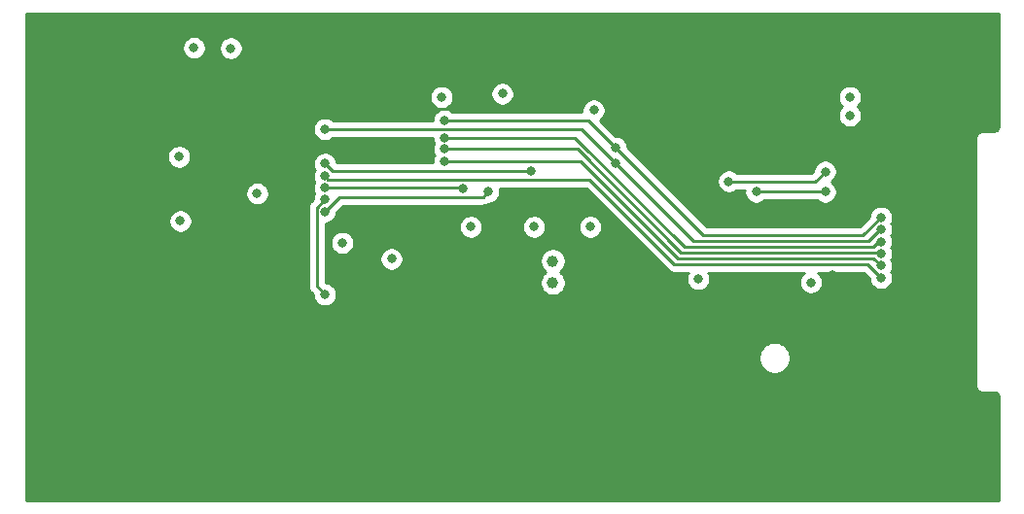
<source format=gbr>
%TF.GenerationSoftware,KiCad,Pcbnew,5.1.9+dfsg1-1*%
%TF.CreationDate,2021-11-01T22:23:21+08:00*%
%TF.ProjectId,epd-clock,6570642d-636c-46f6-936b-2e6b69636164,rev?*%
%TF.SameCoordinates,Original*%
%TF.FileFunction,Copper,L1,Top*%
%TF.FilePolarity,Positive*%
%FSLAX46Y46*%
G04 Gerber Fmt 4.6, Leading zero omitted, Abs format (unit mm)*
G04 Created by KiCad (PCBNEW 5.1.9+dfsg1-1) date 2021-11-01 22:23:21*
%MOMM*%
%LPD*%
G01*
G04 APERTURE LIST*
%TA.AperFunction,ComponentPad*%
%ADD10C,1.000000*%
%TD*%
%TA.AperFunction,ViaPad*%
%ADD11C,0.800000*%
%TD*%
%TA.AperFunction,Conductor*%
%ADD12C,0.250000*%
%TD*%
%TA.AperFunction,Conductor*%
%ADD13C,0.254000*%
%TD*%
%TA.AperFunction,Conductor*%
%ADD14C,0.100000*%
%TD*%
G04 APERTURE END LIST*
D10*
%TO.P,Y1,2*%
%TO.N,Net-(C20-Pad1)*%
X141613000Y-121384000D03*
%TO.P,Y1,1*%
%TO.N,Net-(C19-Pad1)*%
X141613000Y-119484000D03*
%TD*%
D11*
%TO.N,GND*%
X97675000Y-125700000D03*
X100875000Y-130800000D03*
X97575000Y-134900000D03*
X102575000Y-138500000D03*
X119575000Y-129700000D03*
X117575000Y-138000000D03*
X126975000Y-138500000D03*
X132025000Y-125750000D03*
X141175000Y-129950000D03*
X149975000Y-125550000D03*
X154975000Y-129800000D03*
X129475000Y-131200000D03*
X140575000Y-138500000D03*
X148275000Y-135600000D03*
X156375000Y-138500000D03*
X167775000Y-138000000D03*
X174075000Y-133450000D03*
X176875000Y-127950000D03*
X101075000Y-103000000D03*
X101075000Y-111500000D03*
X101175000Y-119800000D03*
X105575000Y-99100000D03*
X116975000Y-111300000D03*
X119775000Y-113500000D03*
X108275000Y-120100000D03*
X105475000Y-125000000D03*
X170075000Y-129100000D03*
X124575000Y-124850000D03*
X110175000Y-127900000D03*
X127475000Y-116000000D03*
X137175000Y-122400000D03*
X165925000Y-120700000D03*
X133175000Y-115300000D03*
X133575000Y-99350000D03*
X140275000Y-98600000D03*
X147275000Y-99400000D03*
X154125000Y-98550000D03*
X161125000Y-99450000D03*
X166625000Y-98650000D03*
X174325000Y-99350000D03*
X177325000Y-102100000D03*
X175675000Y-109000000D03*
X176675000Y-115300000D03*
X175375000Y-122150000D03*
X177525000Y-137850000D03*
X170175000Y-102550000D03*
X163975000Y-102700000D03*
X156825000Y-102200000D03*
X150475000Y-102300000D03*
X143075000Y-101950000D03*
X136725000Y-101850000D03*
X117775000Y-103100000D03*
X114975000Y-106650000D03*
X150725000Y-109850000D03*
%TO.N,+3V3*%
X145175000Y-106350000D03*
X139975000Y-116500000D03*
X134475000Y-116500000D03*
X110375000Y-100900000D03*
X109075000Y-110400000D03*
X109175000Y-116000000D03*
X123275000Y-117900000D03*
X127575000Y-119300000D03*
X144875000Y-116500000D03*
X115875000Y-113600000D03*
X113575000Y-100950000D03*
%TO.N,/epd/PREVGL*%
X165325000Y-111700000D03*
X156925000Y-112550000D03*
%TO.N,+3V3*%
X154275000Y-121050000D03*
X164075000Y-121350000D03*
X167475000Y-106800000D03*
X167475000Y-105200000D03*
X137225000Y-104900000D03*
X131925000Y-105200000D03*
%TO.N,/epd/PREVGH*%
X165325000Y-113450000D03*
X159325000Y-113450000D03*
%TO.N,/epd/DIN*%
X147075000Y-109600000D03*
X170175004Y-115700000D03*
X132175000Y-107250000D03*
%TO.N,/epd/CLK*%
X147075002Y-110999998D03*
X170175000Y-116750000D03*
X121775002Y-108000000D03*
%TO.N,/epd/CS#*%
X170175000Y-117799988D03*
X132175000Y-108725010D03*
%TO.N,/epd/DC#*%
X170175000Y-118850000D03*
X132175000Y-109725023D03*
%TO.N,/mcu/EPD_RST#*%
X132175000Y-110800006D03*
X170175000Y-119900000D03*
%TO.N,/epd/BUSY*%
X121761295Y-112111614D03*
X170175000Y-120949992D03*
%TO.N,/power/ADEN#*%
X121774936Y-114111426D03*
X121775000Y-122400002D03*
%TO.N,/rtc/INT*%
X121780956Y-113111432D03*
X133775000Y-113150000D03*
%TO.N,/flash/MISO*%
X139675000Y-111674990D03*
X121775000Y-110999996D03*
%TO.N,/flash/CS*%
X121775000Y-115172693D03*
X135975000Y-113449974D03*
%TD*%
D12*
%TO.N,/epd/PREVGL*%
X164475000Y-112550000D02*
X156925000Y-112550000D01*
X165325000Y-111700000D02*
X164475000Y-112550000D01*
%TO.N,/epd/PREVGH*%
X165325000Y-113450000D02*
X159325000Y-113450000D01*
%TO.N,/epd/DIN*%
X168625004Y-117250000D02*
X170175004Y-115700000D01*
X147075000Y-109600000D02*
X154725000Y-117250000D01*
X154725000Y-117250000D02*
X168625004Y-117250000D01*
X147075000Y-109600000D02*
X144725000Y-107250000D01*
X144725000Y-107250000D02*
X132175000Y-107250000D01*
%TO.N,/epd/CLK*%
X170075000Y-116750000D02*
X170175000Y-116750000D01*
X169075000Y-117750000D02*
X170075000Y-116750000D01*
X147075002Y-110999998D02*
X153825004Y-117750000D01*
X153825004Y-117750000D02*
X169075000Y-117750000D01*
X144075004Y-108000000D02*
X121775002Y-108000000D01*
X147075002Y-110999998D02*
X144075004Y-108000000D01*
%TO.N,/epd/CS#*%
X143550010Y-108725010D02*
X132175000Y-108725010D01*
X169525000Y-118250000D02*
X153075000Y-118250000D01*
X153075000Y-118250000D02*
X143550010Y-108725010D01*
X170175000Y-117799988D02*
X169975012Y-117799988D01*
X169975012Y-117799988D02*
X169525000Y-118250000D01*
%TO.N,/epd/DC#*%
X132740685Y-109725023D02*
X132175000Y-109725023D01*
X143750023Y-109725023D02*
X132740685Y-109725023D01*
X152775000Y-118750000D02*
X143750023Y-109725023D01*
X170175000Y-118850000D02*
X170075000Y-118750000D01*
X170075000Y-118750000D02*
X152775000Y-118750000D01*
%TO.N,/mcu/EPD_RST#*%
X169525000Y-119250000D02*
X170175000Y-119900000D01*
X152475000Y-119250000D02*
X169525000Y-119250000D01*
X132175000Y-110800006D02*
X144025006Y-110800006D01*
X144025006Y-110800006D02*
X152475000Y-119250000D01*
%TO.N,/epd/BUSY*%
X152175000Y-119750000D02*
X168975008Y-119750000D01*
X144825010Y-112400010D02*
X152175000Y-119750000D01*
X121761295Y-112111614D02*
X122049691Y-112400010D01*
X168975008Y-119750000D02*
X170175000Y-120949992D01*
X122049691Y-112400010D02*
X144825010Y-112400010D01*
%TO.N,/power/ADEN#*%
X121049999Y-114836363D02*
X121049999Y-121675001D01*
X121049999Y-121675001D02*
X121775000Y-122400002D01*
X121774936Y-114111426D02*
X121049999Y-114836363D01*
%TO.N,/rtc/INT*%
X121780956Y-113111432D02*
X133736432Y-113111432D01*
X133736432Y-113111432D02*
X133775000Y-113150000D01*
%TO.N,/flash/MISO*%
X139675000Y-111700000D02*
X139675000Y-111700000D01*
X122449994Y-111674990D02*
X121775000Y-110999996D01*
X139675000Y-111674990D02*
X122449994Y-111674990D01*
%TO.N,/flash/CS*%
X135524974Y-113900000D02*
X135975000Y-113449974D01*
X121775000Y-115172693D02*
X123047693Y-113900000D01*
X123047693Y-113900000D02*
X135524974Y-113900000D01*
%TD*%
D13*
%TO.N,GND*%
X180415000Y-107767721D02*
X180405420Y-107865424D01*
X180386420Y-107928357D01*
X180355554Y-107986406D01*
X180314011Y-108037343D01*
X180263356Y-108079248D01*
X180205529Y-108110515D01*
X180142728Y-108129956D01*
X180047165Y-108140000D01*
X179107419Y-108140000D01*
X179075000Y-108136807D01*
X179029432Y-108141295D01*
X178945617Y-108149550D01*
X178821207Y-108187290D01*
X178706550Y-108248575D01*
X178606052Y-108331052D01*
X178523575Y-108431550D01*
X178462290Y-108546207D01*
X178424550Y-108670617D01*
X178411807Y-108800000D01*
X178415000Y-108832419D01*
X178415001Y-130267571D01*
X178411807Y-130300000D01*
X178424550Y-130429383D01*
X178462290Y-130553793D01*
X178523575Y-130668450D01*
X178606052Y-130768948D01*
X178706550Y-130851425D01*
X178821207Y-130912710D01*
X178945617Y-130950450D01*
X179042581Y-130960000D01*
X179075000Y-130963193D01*
X179107419Y-130960000D01*
X180042721Y-130960000D01*
X180140424Y-130969580D01*
X180203356Y-130988580D01*
X180261405Y-131019445D01*
X180312343Y-131060989D01*
X180354248Y-131111644D01*
X180385515Y-131169471D01*
X180404956Y-131232272D01*
X180415000Y-131327835D01*
X180415001Y-140315192D01*
X95759622Y-140339809D01*
X95752439Y-127781589D01*
X159516000Y-127781589D01*
X159516000Y-128054411D01*
X159569225Y-128321989D01*
X159673629Y-128574043D01*
X159825201Y-128800886D01*
X160018114Y-128993799D01*
X160244957Y-129145371D01*
X160497011Y-129249775D01*
X160764589Y-129303000D01*
X161037411Y-129303000D01*
X161304989Y-129249775D01*
X161557043Y-129145371D01*
X161783886Y-128993799D01*
X161976799Y-128800886D01*
X162128371Y-128574043D01*
X162232775Y-128321989D01*
X162286000Y-128054411D01*
X162286000Y-127781589D01*
X162232775Y-127514011D01*
X162128371Y-127261957D01*
X161976799Y-127035114D01*
X161783886Y-126842201D01*
X161557043Y-126690629D01*
X161304989Y-126586225D01*
X161037411Y-126533000D01*
X160764589Y-126533000D01*
X160497011Y-126586225D01*
X160244957Y-126690629D01*
X160018114Y-126842201D01*
X159825201Y-127035114D01*
X159673629Y-127261957D01*
X159569225Y-127514011D01*
X159516000Y-127781589D01*
X95752439Y-127781589D01*
X95745640Y-115898061D01*
X108140000Y-115898061D01*
X108140000Y-116101939D01*
X108179774Y-116301898D01*
X108257795Y-116490256D01*
X108371063Y-116659774D01*
X108515226Y-116803937D01*
X108684744Y-116917205D01*
X108873102Y-116995226D01*
X109073061Y-117035000D01*
X109276939Y-117035000D01*
X109476898Y-116995226D01*
X109665256Y-116917205D01*
X109834774Y-116803937D01*
X109978937Y-116659774D01*
X110092205Y-116490256D01*
X110170226Y-116301898D01*
X110210000Y-116101939D01*
X110210000Y-115898061D01*
X110170226Y-115698102D01*
X110092205Y-115509744D01*
X109978937Y-115340226D01*
X109834774Y-115196063D01*
X109665256Y-115082795D01*
X109476898Y-115004774D01*
X109276939Y-114965000D01*
X109073061Y-114965000D01*
X108873102Y-115004774D01*
X108684744Y-115082795D01*
X108515226Y-115196063D01*
X108371063Y-115340226D01*
X108257795Y-115509744D01*
X108179774Y-115698102D01*
X108140000Y-115898061D01*
X95745640Y-115898061D01*
X95745033Y-114836363D01*
X120286323Y-114836363D01*
X120289999Y-114873686D01*
X120290000Y-121637669D01*
X120286323Y-121675001D01*
X120300997Y-121823986D01*
X120344453Y-121967247D01*
X120415025Y-122099277D01*
X120459884Y-122153937D01*
X120509999Y-122215002D01*
X120538997Y-122238800D01*
X120740000Y-122439803D01*
X120740000Y-122501941D01*
X120779774Y-122701900D01*
X120857795Y-122890258D01*
X120971063Y-123059776D01*
X121115226Y-123203939D01*
X121284744Y-123317207D01*
X121473102Y-123395228D01*
X121673061Y-123435002D01*
X121876939Y-123435002D01*
X122076898Y-123395228D01*
X122265256Y-123317207D01*
X122434774Y-123203939D01*
X122578937Y-123059776D01*
X122692205Y-122890258D01*
X122770226Y-122701900D01*
X122810000Y-122501941D01*
X122810000Y-122298063D01*
X122770226Y-122098104D01*
X122692205Y-121909746D01*
X122578937Y-121740228D01*
X122434774Y-121596065D01*
X122265256Y-121482797D01*
X122076898Y-121404776D01*
X121876939Y-121365002D01*
X121814801Y-121365002D01*
X121809999Y-121360200D01*
X121809999Y-119198061D01*
X126540000Y-119198061D01*
X126540000Y-119401939D01*
X126579774Y-119601898D01*
X126657795Y-119790256D01*
X126771063Y-119959774D01*
X126915226Y-120103937D01*
X127084744Y-120217205D01*
X127273102Y-120295226D01*
X127473061Y-120335000D01*
X127676939Y-120335000D01*
X127876898Y-120295226D01*
X128065256Y-120217205D01*
X128234774Y-120103937D01*
X128378937Y-119959774D01*
X128492205Y-119790256D01*
X128570226Y-119601898D01*
X128610000Y-119401939D01*
X128610000Y-119372212D01*
X140478000Y-119372212D01*
X140478000Y-119595788D01*
X140521617Y-119815067D01*
X140607176Y-120021624D01*
X140731388Y-120207520D01*
X140889480Y-120365612D01*
X140991830Y-120434000D01*
X140889480Y-120502388D01*
X140731388Y-120660480D01*
X140607176Y-120846376D01*
X140521617Y-121052933D01*
X140478000Y-121272212D01*
X140478000Y-121495788D01*
X140521617Y-121715067D01*
X140607176Y-121921624D01*
X140731388Y-122107520D01*
X140889480Y-122265612D01*
X141075376Y-122389824D01*
X141281933Y-122475383D01*
X141501212Y-122519000D01*
X141724788Y-122519000D01*
X141944067Y-122475383D01*
X142150624Y-122389824D01*
X142336520Y-122265612D01*
X142494612Y-122107520D01*
X142618824Y-121921624D01*
X142704383Y-121715067D01*
X142748000Y-121495788D01*
X142748000Y-121272212D01*
X142704383Y-121052933D01*
X142618824Y-120846376D01*
X142494612Y-120660480D01*
X142336520Y-120502388D01*
X142234170Y-120434000D01*
X142336520Y-120365612D01*
X142494612Y-120207520D01*
X142618824Y-120021624D01*
X142704383Y-119815067D01*
X142748000Y-119595788D01*
X142748000Y-119372212D01*
X142704383Y-119152933D01*
X142618824Y-118946376D01*
X142494612Y-118760480D01*
X142336520Y-118602388D01*
X142150624Y-118478176D01*
X141944067Y-118392617D01*
X141724788Y-118349000D01*
X141501212Y-118349000D01*
X141281933Y-118392617D01*
X141075376Y-118478176D01*
X140889480Y-118602388D01*
X140731388Y-118760480D01*
X140607176Y-118946376D01*
X140521617Y-119152933D01*
X140478000Y-119372212D01*
X128610000Y-119372212D01*
X128610000Y-119198061D01*
X128570226Y-118998102D01*
X128492205Y-118809744D01*
X128378937Y-118640226D01*
X128234774Y-118496063D01*
X128065256Y-118382795D01*
X127876898Y-118304774D01*
X127676939Y-118265000D01*
X127473061Y-118265000D01*
X127273102Y-118304774D01*
X127084744Y-118382795D01*
X126915226Y-118496063D01*
X126771063Y-118640226D01*
X126657795Y-118809744D01*
X126579774Y-118998102D01*
X126540000Y-119198061D01*
X121809999Y-119198061D01*
X121809999Y-117798061D01*
X122240000Y-117798061D01*
X122240000Y-118001939D01*
X122279774Y-118201898D01*
X122357795Y-118390256D01*
X122471063Y-118559774D01*
X122615226Y-118703937D01*
X122784744Y-118817205D01*
X122973102Y-118895226D01*
X123173061Y-118935000D01*
X123376939Y-118935000D01*
X123576898Y-118895226D01*
X123765256Y-118817205D01*
X123934774Y-118703937D01*
X124078937Y-118559774D01*
X124192205Y-118390256D01*
X124270226Y-118201898D01*
X124310000Y-118001939D01*
X124310000Y-117798061D01*
X124270226Y-117598102D01*
X124192205Y-117409744D01*
X124078937Y-117240226D01*
X123934774Y-117096063D01*
X123765256Y-116982795D01*
X123576898Y-116904774D01*
X123376939Y-116865000D01*
X123173061Y-116865000D01*
X122973102Y-116904774D01*
X122784744Y-116982795D01*
X122615226Y-117096063D01*
X122471063Y-117240226D01*
X122357795Y-117409744D01*
X122279774Y-117598102D01*
X122240000Y-117798061D01*
X121809999Y-117798061D01*
X121809999Y-116398061D01*
X133440000Y-116398061D01*
X133440000Y-116601939D01*
X133479774Y-116801898D01*
X133557795Y-116990256D01*
X133671063Y-117159774D01*
X133815226Y-117303937D01*
X133984744Y-117417205D01*
X134173102Y-117495226D01*
X134373061Y-117535000D01*
X134576939Y-117535000D01*
X134776898Y-117495226D01*
X134965256Y-117417205D01*
X135134774Y-117303937D01*
X135278937Y-117159774D01*
X135392205Y-116990256D01*
X135470226Y-116801898D01*
X135510000Y-116601939D01*
X135510000Y-116398061D01*
X138940000Y-116398061D01*
X138940000Y-116601939D01*
X138979774Y-116801898D01*
X139057795Y-116990256D01*
X139171063Y-117159774D01*
X139315226Y-117303937D01*
X139484744Y-117417205D01*
X139673102Y-117495226D01*
X139873061Y-117535000D01*
X140076939Y-117535000D01*
X140276898Y-117495226D01*
X140465256Y-117417205D01*
X140634774Y-117303937D01*
X140778937Y-117159774D01*
X140892205Y-116990256D01*
X140970226Y-116801898D01*
X141010000Y-116601939D01*
X141010000Y-116398061D01*
X143840000Y-116398061D01*
X143840000Y-116601939D01*
X143879774Y-116801898D01*
X143957795Y-116990256D01*
X144071063Y-117159774D01*
X144215226Y-117303937D01*
X144384744Y-117417205D01*
X144573102Y-117495226D01*
X144773061Y-117535000D01*
X144976939Y-117535000D01*
X145176898Y-117495226D01*
X145365256Y-117417205D01*
X145534774Y-117303937D01*
X145678937Y-117159774D01*
X145792205Y-116990256D01*
X145870226Y-116801898D01*
X145910000Y-116601939D01*
X145910000Y-116398061D01*
X145870226Y-116198102D01*
X145792205Y-116009744D01*
X145678937Y-115840226D01*
X145534774Y-115696063D01*
X145365256Y-115582795D01*
X145176898Y-115504774D01*
X144976939Y-115465000D01*
X144773061Y-115465000D01*
X144573102Y-115504774D01*
X144384744Y-115582795D01*
X144215226Y-115696063D01*
X144071063Y-115840226D01*
X143957795Y-116009744D01*
X143879774Y-116198102D01*
X143840000Y-116398061D01*
X141010000Y-116398061D01*
X140970226Y-116198102D01*
X140892205Y-116009744D01*
X140778937Y-115840226D01*
X140634774Y-115696063D01*
X140465256Y-115582795D01*
X140276898Y-115504774D01*
X140076939Y-115465000D01*
X139873061Y-115465000D01*
X139673102Y-115504774D01*
X139484744Y-115582795D01*
X139315226Y-115696063D01*
X139171063Y-115840226D01*
X139057795Y-116009744D01*
X138979774Y-116198102D01*
X138940000Y-116398061D01*
X135510000Y-116398061D01*
X135470226Y-116198102D01*
X135392205Y-116009744D01*
X135278937Y-115840226D01*
X135134774Y-115696063D01*
X134965256Y-115582795D01*
X134776898Y-115504774D01*
X134576939Y-115465000D01*
X134373061Y-115465000D01*
X134173102Y-115504774D01*
X133984744Y-115582795D01*
X133815226Y-115696063D01*
X133671063Y-115840226D01*
X133557795Y-116009744D01*
X133479774Y-116198102D01*
X133440000Y-116398061D01*
X121809999Y-116398061D01*
X121809999Y-116207693D01*
X121876939Y-116207693D01*
X122076898Y-116167919D01*
X122265256Y-116089898D01*
X122434774Y-115976630D01*
X122578937Y-115832467D01*
X122692205Y-115662949D01*
X122770226Y-115474591D01*
X122810000Y-115274632D01*
X122810000Y-115212494D01*
X123362495Y-114660000D01*
X135487652Y-114660000D01*
X135524974Y-114663676D01*
X135562296Y-114660000D01*
X135562307Y-114660000D01*
X135673960Y-114649003D01*
X135817221Y-114605546D01*
X135949250Y-114534974D01*
X136010175Y-114484974D01*
X136076939Y-114484974D01*
X136276898Y-114445200D01*
X136465256Y-114367179D01*
X136634774Y-114253911D01*
X136778937Y-114109748D01*
X136892205Y-113940230D01*
X136970226Y-113751872D01*
X137010000Y-113551913D01*
X137010000Y-113348035D01*
X136972600Y-113160010D01*
X144510209Y-113160010D01*
X151611200Y-120261002D01*
X151634999Y-120290001D01*
X151663997Y-120313799D01*
X151750724Y-120384974D01*
X151882753Y-120455546D01*
X152026014Y-120499003D01*
X152175000Y-120513677D01*
X152212333Y-120510000D01*
X153391033Y-120510000D01*
X153357795Y-120559744D01*
X153279774Y-120748102D01*
X153240000Y-120948061D01*
X153240000Y-121151939D01*
X153279774Y-121351898D01*
X153357795Y-121540256D01*
X153471063Y-121709774D01*
X153615226Y-121853937D01*
X153784744Y-121967205D01*
X153973102Y-122045226D01*
X154173061Y-122085000D01*
X154376939Y-122085000D01*
X154576898Y-122045226D01*
X154765256Y-121967205D01*
X154934774Y-121853937D01*
X155078937Y-121709774D01*
X155192205Y-121540256D01*
X155270226Y-121351898D01*
X155310000Y-121151939D01*
X155310000Y-120948061D01*
X155270226Y-120748102D01*
X155192205Y-120559744D01*
X155158967Y-120510000D01*
X163469198Y-120510000D01*
X163415226Y-120546063D01*
X163271063Y-120690226D01*
X163157795Y-120859744D01*
X163079774Y-121048102D01*
X163040000Y-121248061D01*
X163040000Y-121451939D01*
X163079774Y-121651898D01*
X163157795Y-121840256D01*
X163271063Y-122009774D01*
X163415226Y-122153937D01*
X163584744Y-122267205D01*
X163773102Y-122345226D01*
X163973061Y-122385000D01*
X164176939Y-122385000D01*
X164376898Y-122345226D01*
X164565256Y-122267205D01*
X164734774Y-122153937D01*
X164878937Y-122009774D01*
X164992205Y-121840256D01*
X165070226Y-121651898D01*
X165110000Y-121451939D01*
X165110000Y-121248061D01*
X165070226Y-121048102D01*
X164992205Y-120859744D01*
X164878937Y-120690226D01*
X164734774Y-120546063D01*
X164680802Y-120510000D01*
X168660207Y-120510000D01*
X169140000Y-120989794D01*
X169140000Y-121051931D01*
X169179774Y-121251890D01*
X169257795Y-121440248D01*
X169371063Y-121609766D01*
X169515226Y-121753929D01*
X169684744Y-121867197D01*
X169873102Y-121945218D01*
X170073061Y-121984992D01*
X170276939Y-121984992D01*
X170476898Y-121945218D01*
X170665256Y-121867197D01*
X170834774Y-121753929D01*
X170978937Y-121609766D01*
X171092205Y-121440248D01*
X171170226Y-121251890D01*
X171210000Y-121051931D01*
X171210000Y-120848053D01*
X171170226Y-120648094D01*
X171092205Y-120459736D01*
X171068993Y-120424996D01*
X171092205Y-120390256D01*
X171170226Y-120201898D01*
X171210000Y-120001939D01*
X171210000Y-119798061D01*
X171170226Y-119598102D01*
X171092205Y-119409744D01*
X171068990Y-119375000D01*
X171092205Y-119340256D01*
X171170226Y-119151898D01*
X171210000Y-118951939D01*
X171210000Y-118748061D01*
X171170226Y-118548102D01*
X171092205Y-118359744D01*
X171068986Y-118324994D01*
X171092205Y-118290244D01*
X171170226Y-118101886D01*
X171210000Y-117901927D01*
X171210000Y-117698049D01*
X171170226Y-117498090D01*
X171092205Y-117309732D01*
X171068994Y-117274994D01*
X171092205Y-117240256D01*
X171170226Y-117051898D01*
X171210000Y-116851939D01*
X171210000Y-116648061D01*
X171170226Y-116448102D01*
X171092205Y-116259744D01*
X171068992Y-116225003D01*
X171092209Y-116190256D01*
X171170230Y-116001898D01*
X171210004Y-115801939D01*
X171210004Y-115598061D01*
X171170230Y-115398102D01*
X171092209Y-115209744D01*
X170978941Y-115040226D01*
X170834778Y-114896063D01*
X170665260Y-114782795D01*
X170476902Y-114704774D01*
X170276943Y-114665000D01*
X170073065Y-114665000D01*
X169873106Y-114704774D01*
X169684748Y-114782795D01*
X169515230Y-114896063D01*
X169371067Y-115040226D01*
X169257799Y-115209744D01*
X169179778Y-115398102D01*
X169140004Y-115598061D01*
X169140004Y-115660198D01*
X168310203Y-116490000D01*
X155039802Y-116490000D01*
X150997863Y-112448061D01*
X155890000Y-112448061D01*
X155890000Y-112651939D01*
X155929774Y-112851898D01*
X156007795Y-113040256D01*
X156121063Y-113209774D01*
X156265226Y-113353937D01*
X156434744Y-113467205D01*
X156623102Y-113545226D01*
X156823061Y-113585000D01*
X157026939Y-113585000D01*
X157226898Y-113545226D01*
X157415256Y-113467205D01*
X157584774Y-113353937D01*
X157628711Y-113310000D01*
X158297571Y-113310000D01*
X158290000Y-113348061D01*
X158290000Y-113551939D01*
X158329774Y-113751898D01*
X158407795Y-113940256D01*
X158521063Y-114109774D01*
X158665226Y-114253937D01*
X158834744Y-114367205D01*
X159023102Y-114445226D01*
X159223061Y-114485000D01*
X159426939Y-114485000D01*
X159626898Y-114445226D01*
X159815256Y-114367205D01*
X159984774Y-114253937D01*
X160028711Y-114210000D01*
X164621289Y-114210000D01*
X164665226Y-114253937D01*
X164834744Y-114367205D01*
X165023102Y-114445226D01*
X165223061Y-114485000D01*
X165426939Y-114485000D01*
X165626898Y-114445226D01*
X165815256Y-114367205D01*
X165984774Y-114253937D01*
X166128937Y-114109774D01*
X166242205Y-113940256D01*
X166320226Y-113751898D01*
X166360000Y-113551939D01*
X166360000Y-113348061D01*
X166320226Y-113148102D01*
X166242205Y-112959744D01*
X166128937Y-112790226D01*
X165984774Y-112646063D01*
X165878420Y-112575000D01*
X165984774Y-112503937D01*
X166128937Y-112359774D01*
X166242205Y-112190256D01*
X166320226Y-112001898D01*
X166360000Y-111801939D01*
X166360000Y-111598061D01*
X166320226Y-111398102D01*
X166242205Y-111209744D01*
X166128937Y-111040226D01*
X165984774Y-110896063D01*
X165815256Y-110782795D01*
X165626898Y-110704774D01*
X165426939Y-110665000D01*
X165223061Y-110665000D01*
X165023102Y-110704774D01*
X164834744Y-110782795D01*
X164665226Y-110896063D01*
X164521063Y-111040226D01*
X164407795Y-111209744D01*
X164329774Y-111398102D01*
X164290000Y-111598061D01*
X164290000Y-111660199D01*
X164160199Y-111790000D01*
X157628711Y-111790000D01*
X157584774Y-111746063D01*
X157415256Y-111632795D01*
X157226898Y-111554774D01*
X157026939Y-111515000D01*
X156823061Y-111515000D01*
X156623102Y-111554774D01*
X156434744Y-111632795D01*
X156265226Y-111746063D01*
X156121063Y-111890226D01*
X156007795Y-112059744D01*
X155929774Y-112248102D01*
X155890000Y-112448061D01*
X150997863Y-112448061D01*
X148110000Y-109560199D01*
X148110000Y-109498061D01*
X148070226Y-109298102D01*
X147992205Y-109109744D01*
X147878937Y-108940226D01*
X147734774Y-108796063D01*
X147565256Y-108682795D01*
X147376898Y-108604774D01*
X147176939Y-108565000D01*
X147114802Y-108565000D01*
X145756224Y-107206422D01*
X145834774Y-107153937D01*
X145978937Y-107009774D01*
X146092205Y-106840256D01*
X146170226Y-106651898D01*
X146210000Y-106451939D01*
X146210000Y-106248061D01*
X146170226Y-106048102D01*
X146092205Y-105859744D01*
X145978937Y-105690226D01*
X145834774Y-105546063D01*
X145665256Y-105432795D01*
X145476898Y-105354774D01*
X145276939Y-105315000D01*
X145073061Y-105315000D01*
X144873102Y-105354774D01*
X144684744Y-105432795D01*
X144515226Y-105546063D01*
X144371063Y-105690226D01*
X144257795Y-105859744D01*
X144179774Y-106048102D01*
X144140000Y-106248061D01*
X144140000Y-106451939D01*
X144147571Y-106490000D01*
X132878711Y-106490000D01*
X132834774Y-106446063D01*
X132665256Y-106332795D01*
X132476898Y-106254774D01*
X132276939Y-106215000D01*
X132127487Y-106215000D01*
X132226898Y-106195226D01*
X132415256Y-106117205D01*
X132584774Y-106003937D01*
X132728937Y-105859774D01*
X132842205Y-105690256D01*
X132920226Y-105501898D01*
X132960000Y-105301939D01*
X132960000Y-105098061D01*
X132920226Y-104898102D01*
X132878788Y-104798061D01*
X136190000Y-104798061D01*
X136190000Y-105001939D01*
X136229774Y-105201898D01*
X136307795Y-105390256D01*
X136421063Y-105559774D01*
X136565226Y-105703937D01*
X136734744Y-105817205D01*
X136923102Y-105895226D01*
X137123061Y-105935000D01*
X137326939Y-105935000D01*
X137526898Y-105895226D01*
X137715256Y-105817205D01*
X137884774Y-105703937D01*
X138028937Y-105559774D01*
X138142205Y-105390256D01*
X138220226Y-105201898D01*
X138240880Y-105098061D01*
X166440000Y-105098061D01*
X166440000Y-105301939D01*
X166479774Y-105501898D01*
X166557795Y-105690256D01*
X166671063Y-105859774D01*
X166811289Y-106000000D01*
X166671063Y-106140226D01*
X166557795Y-106309744D01*
X166479774Y-106498102D01*
X166440000Y-106698061D01*
X166440000Y-106901939D01*
X166479774Y-107101898D01*
X166557795Y-107290256D01*
X166671063Y-107459774D01*
X166815226Y-107603937D01*
X166984744Y-107717205D01*
X167173102Y-107795226D01*
X167373061Y-107835000D01*
X167576939Y-107835000D01*
X167776898Y-107795226D01*
X167965256Y-107717205D01*
X168134774Y-107603937D01*
X168278937Y-107459774D01*
X168392205Y-107290256D01*
X168470226Y-107101898D01*
X168510000Y-106901939D01*
X168510000Y-106698061D01*
X168470226Y-106498102D01*
X168392205Y-106309744D01*
X168278937Y-106140226D01*
X168138711Y-106000000D01*
X168278937Y-105859774D01*
X168392205Y-105690256D01*
X168470226Y-105501898D01*
X168510000Y-105301939D01*
X168510000Y-105098061D01*
X168470226Y-104898102D01*
X168392205Y-104709744D01*
X168278937Y-104540226D01*
X168134774Y-104396063D01*
X167965256Y-104282795D01*
X167776898Y-104204774D01*
X167576939Y-104165000D01*
X167373061Y-104165000D01*
X167173102Y-104204774D01*
X166984744Y-104282795D01*
X166815226Y-104396063D01*
X166671063Y-104540226D01*
X166557795Y-104709744D01*
X166479774Y-104898102D01*
X166440000Y-105098061D01*
X138240880Y-105098061D01*
X138260000Y-105001939D01*
X138260000Y-104798061D01*
X138220226Y-104598102D01*
X138142205Y-104409744D01*
X138028937Y-104240226D01*
X137884774Y-104096063D01*
X137715256Y-103982795D01*
X137526898Y-103904774D01*
X137326939Y-103865000D01*
X137123061Y-103865000D01*
X136923102Y-103904774D01*
X136734744Y-103982795D01*
X136565226Y-104096063D01*
X136421063Y-104240226D01*
X136307795Y-104409744D01*
X136229774Y-104598102D01*
X136190000Y-104798061D01*
X132878788Y-104798061D01*
X132842205Y-104709744D01*
X132728937Y-104540226D01*
X132584774Y-104396063D01*
X132415256Y-104282795D01*
X132226898Y-104204774D01*
X132026939Y-104165000D01*
X131823061Y-104165000D01*
X131623102Y-104204774D01*
X131434744Y-104282795D01*
X131265226Y-104396063D01*
X131121063Y-104540226D01*
X131007795Y-104709744D01*
X130929774Y-104898102D01*
X130890000Y-105098061D01*
X130890000Y-105301939D01*
X130929774Y-105501898D01*
X131007795Y-105690256D01*
X131121063Y-105859774D01*
X131265226Y-106003937D01*
X131434744Y-106117205D01*
X131623102Y-106195226D01*
X131823061Y-106235000D01*
X131972513Y-106235000D01*
X131873102Y-106254774D01*
X131684744Y-106332795D01*
X131515226Y-106446063D01*
X131371063Y-106590226D01*
X131257795Y-106759744D01*
X131179774Y-106948102D01*
X131140000Y-107148061D01*
X131140000Y-107240000D01*
X122478713Y-107240000D01*
X122434776Y-107196063D01*
X122265258Y-107082795D01*
X122076900Y-107004774D01*
X121876941Y-106965000D01*
X121673063Y-106965000D01*
X121473104Y-107004774D01*
X121284746Y-107082795D01*
X121115228Y-107196063D01*
X120971065Y-107340226D01*
X120857797Y-107509744D01*
X120779776Y-107698102D01*
X120740002Y-107898061D01*
X120740002Y-108101939D01*
X120779776Y-108301898D01*
X120857797Y-108490256D01*
X120971065Y-108659774D01*
X121115228Y-108803937D01*
X121284746Y-108917205D01*
X121473104Y-108995226D01*
X121673063Y-109035000D01*
X121876941Y-109035000D01*
X122076900Y-108995226D01*
X122265258Y-108917205D01*
X122434776Y-108803937D01*
X122478713Y-108760000D01*
X131140000Y-108760000D01*
X131140000Y-108826949D01*
X131179774Y-109026908D01*
X131257795Y-109215266D01*
X131264310Y-109225017D01*
X131257795Y-109234767D01*
X131179774Y-109423125D01*
X131140000Y-109623084D01*
X131140000Y-109826962D01*
X131179774Y-110026921D01*
X131257795Y-110215279D01*
X131289357Y-110262515D01*
X131257795Y-110309750D01*
X131179774Y-110498108D01*
X131140000Y-110698067D01*
X131140000Y-110901945D01*
X131142595Y-110914990D01*
X122810000Y-110914990D01*
X122810000Y-110898057D01*
X122770226Y-110698098D01*
X122692205Y-110509740D01*
X122578937Y-110340222D01*
X122434774Y-110196059D01*
X122265256Y-110082791D01*
X122076898Y-110004770D01*
X121876939Y-109964996D01*
X121673061Y-109964996D01*
X121473102Y-110004770D01*
X121284744Y-110082791D01*
X121115226Y-110196059D01*
X120971063Y-110340222D01*
X120857795Y-110509740D01*
X120779774Y-110698098D01*
X120740000Y-110898057D01*
X120740000Y-111101935D01*
X120779774Y-111301894D01*
X120857795Y-111490252D01*
X120894743Y-111545549D01*
X120844090Y-111621358D01*
X120766069Y-111809716D01*
X120726295Y-112009675D01*
X120726295Y-112213553D01*
X120766069Y-112413512D01*
X120844090Y-112601870D01*
X120861164Y-112627423D01*
X120785730Y-112809534D01*
X120745956Y-113009493D01*
X120745956Y-113213371D01*
X120785730Y-113413330D01*
X120863751Y-113601688D01*
X120867250Y-113606924D01*
X120857731Y-113621170D01*
X120779710Y-113809528D01*
X120739936Y-114009487D01*
X120739936Y-114071625D01*
X120539001Y-114272560D01*
X120509998Y-114296362D01*
X120454870Y-114363537D01*
X120415025Y-114412087D01*
X120414364Y-114413324D01*
X120344453Y-114544117D01*
X120300996Y-114687378D01*
X120289999Y-114799031D01*
X120289999Y-114799041D01*
X120286323Y-114836363D01*
X95745033Y-114836363D01*
X95744267Y-113498061D01*
X114840000Y-113498061D01*
X114840000Y-113701939D01*
X114879774Y-113901898D01*
X114957795Y-114090256D01*
X115071063Y-114259774D01*
X115215226Y-114403937D01*
X115384744Y-114517205D01*
X115573102Y-114595226D01*
X115773061Y-114635000D01*
X115976939Y-114635000D01*
X116176898Y-114595226D01*
X116365256Y-114517205D01*
X116534774Y-114403937D01*
X116678937Y-114259774D01*
X116792205Y-114090256D01*
X116870226Y-113901898D01*
X116910000Y-113701939D01*
X116910000Y-113498061D01*
X116870226Y-113298102D01*
X116792205Y-113109744D01*
X116678937Y-112940226D01*
X116534774Y-112796063D01*
X116365256Y-112682795D01*
X116176898Y-112604774D01*
X115976939Y-112565000D01*
X115773061Y-112565000D01*
X115573102Y-112604774D01*
X115384744Y-112682795D01*
X115215226Y-112796063D01*
X115071063Y-112940226D01*
X114957795Y-113109744D01*
X114879774Y-113298102D01*
X114840000Y-113498061D01*
X95744267Y-113498061D01*
X95742436Y-110298061D01*
X108040000Y-110298061D01*
X108040000Y-110501939D01*
X108079774Y-110701898D01*
X108157795Y-110890256D01*
X108271063Y-111059774D01*
X108415226Y-111203937D01*
X108584744Y-111317205D01*
X108773102Y-111395226D01*
X108973061Y-111435000D01*
X109176939Y-111435000D01*
X109376898Y-111395226D01*
X109565256Y-111317205D01*
X109734774Y-111203937D01*
X109878937Y-111059774D01*
X109992205Y-110890256D01*
X110070226Y-110701898D01*
X110110000Y-110501939D01*
X110110000Y-110298061D01*
X110070226Y-110098102D01*
X109992205Y-109909744D01*
X109878937Y-109740226D01*
X109734774Y-109596063D01*
X109565256Y-109482795D01*
X109376898Y-109404774D01*
X109176939Y-109365000D01*
X108973061Y-109365000D01*
X108773102Y-109404774D01*
X108584744Y-109482795D01*
X108415226Y-109596063D01*
X108271063Y-109740226D01*
X108157795Y-109909744D01*
X108079774Y-110098102D01*
X108040000Y-110298061D01*
X95742436Y-110298061D01*
X95737001Y-100798061D01*
X109340000Y-100798061D01*
X109340000Y-101001939D01*
X109379774Y-101201898D01*
X109457795Y-101390256D01*
X109571063Y-101559774D01*
X109715226Y-101703937D01*
X109884744Y-101817205D01*
X110073102Y-101895226D01*
X110273061Y-101935000D01*
X110476939Y-101935000D01*
X110676898Y-101895226D01*
X110865256Y-101817205D01*
X111034774Y-101703937D01*
X111178937Y-101559774D01*
X111292205Y-101390256D01*
X111370226Y-101201898D01*
X111410000Y-101001939D01*
X111410000Y-100848061D01*
X112540000Y-100848061D01*
X112540000Y-101051939D01*
X112579774Y-101251898D01*
X112657795Y-101440256D01*
X112771063Y-101609774D01*
X112915226Y-101753937D01*
X113084744Y-101867205D01*
X113273102Y-101945226D01*
X113473061Y-101985000D01*
X113676939Y-101985000D01*
X113876898Y-101945226D01*
X114065256Y-101867205D01*
X114234774Y-101753937D01*
X114378937Y-101609774D01*
X114492205Y-101440256D01*
X114570226Y-101251898D01*
X114610000Y-101051939D01*
X114610000Y-100848061D01*
X114570226Y-100648102D01*
X114492205Y-100459744D01*
X114378937Y-100290226D01*
X114234774Y-100146063D01*
X114065256Y-100032795D01*
X113876898Y-99954774D01*
X113676939Y-99915000D01*
X113473061Y-99915000D01*
X113273102Y-99954774D01*
X113084744Y-100032795D01*
X112915226Y-100146063D01*
X112771063Y-100290226D01*
X112657795Y-100459744D01*
X112579774Y-100648102D01*
X112540000Y-100848061D01*
X111410000Y-100848061D01*
X111410000Y-100798061D01*
X111370226Y-100598102D01*
X111292205Y-100409744D01*
X111178937Y-100240226D01*
X111034774Y-100096063D01*
X110865256Y-99982795D01*
X110676898Y-99904774D01*
X110476939Y-99865000D01*
X110273061Y-99865000D01*
X110073102Y-99904774D01*
X109884744Y-99982795D01*
X109715226Y-100096063D01*
X109571063Y-100240226D01*
X109457795Y-100409744D01*
X109379774Y-100598102D01*
X109340000Y-100798061D01*
X95737001Y-100798061D01*
X95735377Y-97960000D01*
X180415001Y-97960000D01*
X180415000Y-107767721D01*
%TA.AperFunction,Conductor*%
D14*
G36*
X180415000Y-107767721D02*
G01*
X180405420Y-107865424D01*
X180386420Y-107928357D01*
X180355554Y-107986406D01*
X180314011Y-108037343D01*
X180263356Y-108079248D01*
X180205529Y-108110515D01*
X180142728Y-108129956D01*
X180047165Y-108140000D01*
X179107419Y-108140000D01*
X179075000Y-108136807D01*
X179029432Y-108141295D01*
X178945617Y-108149550D01*
X178821207Y-108187290D01*
X178706550Y-108248575D01*
X178606052Y-108331052D01*
X178523575Y-108431550D01*
X178462290Y-108546207D01*
X178424550Y-108670617D01*
X178411807Y-108800000D01*
X178415000Y-108832419D01*
X178415001Y-130267571D01*
X178411807Y-130300000D01*
X178424550Y-130429383D01*
X178462290Y-130553793D01*
X178523575Y-130668450D01*
X178606052Y-130768948D01*
X178706550Y-130851425D01*
X178821207Y-130912710D01*
X178945617Y-130950450D01*
X179042581Y-130960000D01*
X179075000Y-130963193D01*
X179107419Y-130960000D01*
X180042721Y-130960000D01*
X180140424Y-130969580D01*
X180203356Y-130988580D01*
X180261405Y-131019445D01*
X180312343Y-131060989D01*
X180354248Y-131111644D01*
X180385515Y-131169471D01*
X180404956Y-131232272D01*
X180415000Y-131327835D01*
X180415001Y-140315192D01*
X95759622Y-140339809D01*
X95752439Y-127781589D01*
X159516000Y-127781589D01*
X159516000Y-128054411D01*
X159569225Y-128321989D01*
X159673629Y-128574043D01*
X159825201Y-128800886D01*
X160018114Y-128993799D01*
X160244957Y-129145371D01*
X160497011Y-129249775D01*
X160764589Y-129303000D01*
X161037411Y-129303000D01*
X161304989Y-129249775D01*
X161557043Y-129145371D01*
X161783886Y-128993799D01*
X161976799Y-128800886D01*
X162128371Y-128574043D01*
X162232775Y-128321989D01*
X162286000Y-128054411D01*
X162286000Y-127781589D01*
X162232775Y-127514011D01*
X162128371Y-127261957D01*
X161976799Y-127035114D01*
X161783886Y-126842201D01*
X161557043Y-126690629D01*
X161304989Y-126586225D01*
X161037411Y-126533000D01*
X160764589Y-126533000D01*
X160497011Y-126586225D01*
X160244957Y-126690629D01*
X160018114Y-126842201D01*
X159825201Y-127035114D01*
X159673629Y-127261957D01*
X159569225Y-127514011D01*
X159516000Y-127781589D01*
X95752439Y-127781589D01*
X95745640Y-115898061D01*
X108140000Y-115898061D01*
X108140000Y-116101939D01*
X108179774Y-116301898D01*
X108257795Y-116490256D01*
X108371063Y-116659774D01*
X108515226Y-116803937D01*
X108684744Y-116917205D01*
X108873102Y-116995226D01*
X109073061Y-117035000D01*
X109276939Y-117035000D01*
X109476898Y-116995226D01*
X109665256Y-116917205D01*
X109834774Y-116803937D01*
X109978937Y-116659774D01*
X110092205Y-116490256D01*
X110170226Y-116301898D01*
X110210000Y-116101939D01*
X110210000Y-115898061D01*
X110170226Y-115698102D01*
X110092205Y-115509744D01*
X109978937Y-115340226D01*
X109834774Y-115196063D01*
X109665256Y-115082795D01*
X109476898Y-115004774D01*
X109276939Y-114965000D01*
X109073061Y-114965000D01*
X108873102Y-115004774D01*
X108684744Y-115082795D01*
X108515226Y-115196063D01*
X108371063Y-115340226D01*
X108257795Y-115509744D01*
X108179774Y-115698102D01*
X108140000Y-115898061D01*
X95745640Y-115898061D01*
X95745033Y-114836363D01*
X120286323Y-114836363D01*
X120289999Y-114873686D01*
X120290000Y-121637669D01*
X120286323Y-121675001D01*
X120300997Y-121823986D01*
X120344453Y-121967247D01*
X120415025Y-122099277D01*
X120459884Y-122153937D01*
X120509999Y-122215002D01*
X120538997Y-122238800D01*
X120740000Y-122439803D01*
X120740000Y-122501941D01*
X120779774Y-122701900D01*
X120857795Y-122890258D01*
X120971063Y-123059776D01*
X121115226Y-123203939D01*
X121284744Y-123317207D01*
X121473102Y-123395228D01*
X121673061Y-123435002D01*
X121876939Y-123435002D01*
X122076898Y-123395228D01*
X122265256Y-123317207D01*
X122434774Y-123203939D01*
X122578937Y-123059776D01*
X122692205Y-122890258D01*
X122770226Y-122701900D01*
X122810000Y-122501941D01*
X122810000Y-122298063D01*
X122770226Y-122098104D01*
X122692205Y-121909746D01*
X122578937Y-121740228D01*
X122434774Y-121596065D01*
X122265256Y-121482797D01*
X122076898Y-121404776D01*
X121876939Y-121365002D01*
X121814801Y-121365002D01*
X121809999Y-121360200D01*
X121809999Y-119198061D01*
X126540000Y-119198061D01*
X126540000Y-119401939D01*
X126579774Y-119601898D01*
X126657795Y-119790256D01*
X126771063Y-119959774D01*
X126915226Y-120103937D01*
X127084744Y-120217205D01*
X127273102Y-120295226D01*
X127473061Y-120335000D01*
X127676939Y-120335000D01*
X127876898Y-120295226D01*
X128065256Y-120217205D01*
X128234774Y-120103937D01*
X128378937Y-119959774D01*
X128492205Y-119790256D01*
X128570226Y-119601898D01*
X128610000Y-119401939D01*
X128610000Y-119372212D01*
X140478000Y-119372212D01*
X140478000Y-119595788D01*
X140521617Y-119815067D01*
X140607176Y-120021624D01*
X140731388Y-120207520D01*
X140889480Y-120365612D01*
X140991830Y-120434000D01*
X140889480Y-120502388D01*
X140731388Y-120660480D01*
X140607176Y-120846376D01*
X140521617Y-121052933D01*
X140478000Y-121272212D01*
X140478000Y-121495788D01*
X140521617Y-121715067D01*
X140607176Y-121921624D01*
X140731388Y-122107520D01*
X140889480Y-122265612D01*
X141075376Y-122389824D01*
X141281933Y-122475383D01*
X141501212Y-122519000D01*
X141724788Y-122519000D01*
X141944067Y-122475383D01*
X142150624Y-122389824D01*
X142336520Y-122265612D01*
X142494612Y-122107520D01*
X142618824Y-121921624D01*
X142704383Y-121715067D01*
X142748000Y-121495788D01*
X142748000Y-121272212D01*
X142704383Y-121052933D01*
X142618824Y-120846376D01*
X142494612Y-120660480D01*
X142336520Y-120502388D01*
X142234170Y-120434000D01*
X142336520Y-120365612D01*
X142494612Y-120207520D01*
X142618824Y-120021624D01*
X142704383Y-119815067D01*
X142748000Y-119595788D01*
X142748000Y-119372212D01*
X142704383Y-119152933D01*
X142618824Y-118946376D01*
X142494612Y-118760480D01*
X142336520Y-118602388D01*
X142150624Y-118478176D01*
X141944067Y-118392617D01*
X141724788Y-118349000D01*
X141501212Y-118349000D01*
X141281933Y-118392617D01*
X141075376Y-118478176D01*
X140889480Y-118602388D01*
X140731388Y-118760480D01*
X140607176Y-118946376D01*
X140521617Y-119152933D01*
X140478000Y-119372212D01*
X128610000Y-119372212D01*
X128610000Y-119198061D01*
X128570226Y-118998102D01*
X128492205Y-118809744D01*
X128378937Y-118640226D01*
X128234774Y-118496063D01*
X128065256Y-118382795D01*
X127876898Y-118304774D01*
X127676939Y-118265000D01*
X127473061Y-118265000D01*
X127273102Y-118304774D01*
X127084744Y-118382795D01*
X126915226Y-118496063D01*
X126771063Y-118640226D01*
X126657795Y-118809744D01*
X126579774Y-118998102D01*
X126540000Y-119198061D01*
X121809999Y-119198061D01*
X121809999Y-117798061D01*
X122240000Y-117798061D01*
X122240000Y-118001939D01*
X122279774Y-118201898D01*
X122357795Y-118390256D01*
X122471063Y-118559774D01*
X122615226Y-118703937D01*
X122784744Y-118817205D01*
X122973102Y-118895226D01*
X123173061Y-118935000D01*
X123376939Y-118935000D01*
X123576898Y-118895226D01*
X123765256Y-118817205D01*
X123934774Y-118703937D01*
X124078937Y-118559774D01*
X124192205Y-118390256D01*
X124270226Y-118201898D01*
X124310000Y-118001939D01*
X124310000Y-117798061D01*
X124270226Y-117598102D01*
X124192205Y-117409744D01*
X124078937Y-117240226D01*
X123934774Y-117096063D01*
X123765256Y-116982795D01*
X123576898Y-116904774D01*
X123376939Y-116865000D01*
X123173061Y-116865000D01*
X122973102Y-116904774D01*
X122784744Y-116982795D01*
X122615226Y-117096063D01*
X122471063Y-117240226D01*
X122357795Y-117409744D01*
X122279774Y-117598102D01*
X122240000Y-117798061D01*
X121809999Y-117798061D01*
X121809999Y-116398061D01*
X133440000Y-116398061D01*
X133440000Y-116601939D01*
X133479774Y-116801898D01*
X133557795Y-116990256D01*
X133671063Y-117159774D01*
X133815226Y-117303937D01*
X133984744Y-117417205D01*
X134173102Y-117495226D01*
X134373061Y-117535000D01*
X134576939Y-117535000D01*
X134776898Y-117495226D01*
X134965256Y-117417205D01*
X135134774Y-117303937D01*
X135278937Y-117159774D01*
X135392205Y-116990256D01*
X135470226Y-116801898D01*
X135510000Y-116601939D01*
X135510000Y-116398061D01*
X138940000Y-116398061D01*
X138940000Y-116601939D01*
X138979774Y-116801898D01*
X139057795Y-116990256D01*
X139171063Y-117159774D01*
X139315226Y-117303937D01*
X139484744Y-117417205D01*
X139673102Y-117495226D01*
X139873061Y-117535000D01*
X140076939Y-117535000D01*
X140276898Y-117495226D01*
X140465256Y-117417205D01*
X140634774Y-117303937D01*
X140778937Y-117159774D01*
X140892205Y-116990256D01*
X140970226Y-116801898D01*
X141010000Y-116601939D01*
X141010000Y-116398061D01*
X143840000Y-116398061D01*
X143840000Y-116601939D01*
X143879774Y-116801898D01*
X143957795Y-116990256D01*
X144071063Y-117159774D01*
X144215226Y-117303937D01*
X144384744Y-117417205D01*
X144573102Y-117495226D01*
X144773061Y-117535000D01*
X144976939Y-117535000D01*
X145176898Y-117495226D01*
X145365256Y-117417205D01*
X145534774Y-117303937D01*
X145678937Y-117159774D01*
X145792205Y-116990256D01*
X145870226Y-116801898D01*
X145910000Y-116601939D01*
X145910000Y-116398061D01*
X145870226Y-116198102D01*
X145792205Y-116009744D01*
X145678937Y-115840226D01*
X145534774Y-115696063D01*
X145365256Y-115582795D01*
X145176898Y-115504774D01*
X144976939Y-115465000D01*
X144773061Y-115465000D01*
X144573102Y-115504774D01*
X144384744Y-115582795D01*
X144215226Y-115696063D01*
X144071063Y-115840226D01*
X143957795Y-116009744D01*
X143879774Y-116198102D01*
X143840000Y-116398061D01*
X141010000Y-116398061D01*
X140970226Y-116198102D01*
X140892205Y-116009744D01*
X140778937Y-115840226D01*
X140634774Y-115696063D01*
X140465256Y-115582795D01*
X140276898Y-115504774D01*
X140076939Y-115465000D01*
X139873061Y-115465000D01*
X139673102Y-115504774D01*
X139484744Y-115582795D01*
X139315226Y-115696063D01*
X139171063Y-115840226D01*
X139057795Y-116009744D01*
X138979774Y-116198102D01*
X138940000Y-116398061D01*
X135510000Y-116398061D01*
X135470226Y-116198102D01*
X135392205Y-116009744D01*
X135278937Y-115840226D01*
X135134774Y-115696063D01*
X134965256Y-115582795D01*
X134776898Y-115504774D01*
X134576939Y-115465000D01*
X134373061Y-115465000D01*
X134173102Y-115504774D01*
X133984744Y-115582795D01*
X133815226Y-115696063D01*
X133671063Y-115840226D01*
X133557795Y-116009744D01*
X133479774Y-116198102D01*
X133440000Y-116398061D01*
X121809999Y-116398061D01*
X121809999Y-116207693D01*
X121876939Y-116207693D01*
X122076898Y-116167919D01*
X122265256Y-116089898D01*
X122434774Y-115976630D01*
X122578937Y-115832467D01*
X122692205Y-115662949D01*
X122770226Y-115474591D01*
X122810000Y-115274632D01*
X122810000Y-115212494D01*
X123362495Y-114660000D01*
X135487652Y-114660000D01*
X135524974Y-114663676D01*
X135562296Y-114660000D01*
X135562307Y-114660000D01*
X135673960Y-114649003D01*
X135817221Y-114605546D01*
X135949250Y-114534974D01*
X136010175Y-114484974D01*
X136076939Y-114484974D01*
X136276898Y-114445200D01*
X136465256Y-114367179D01*
X136634774Y-114253911D01*
X136778937Y-114109748D01*
X136892205Y-113940230D01*
X136970226Y-113751872D01*
X137010000Y-113551913D01*
X137010000Y-113348035D01*
X136972600Y-113160010D01*
X144510209Y-113160010D01*
X151611200Y-120261002D01*
X151634999Y-120290001D01*
X151663997Y-120313799D01*
X151750724Y-120384974D01*
X151882753Y-120455546D01*
X152026014Y-120499003D01*
X152175000Y-120513677D01*
X152212333Y-120510000D01*
X153391033Y-120510000D01*
X153357795Y-120559744D01*
X153279774Y-120748102D01*
X153240000Y-120948061D01*
X153240000Y-121151939D01*
X153279774Y-121351898D01*
X153357795Y-121540256D01*
X153471063Y-121709774D01*
X153615226Y-121853937D01*
X153784744Y-121967205D01*
X153973102Y-122045226D01*
X154173061Y-122085000D01*
X154376939Y-122085000D01*
X154576898Y-122045226D01*
X154765256Y-121967205D01*
X154934774Y-121853937D01*
X155078937Y-121709774D01*
X155192205Y-121540256D01*
X155270226Y-121351898D01*
X155310000Y-121151939D01*
X155310000Y-120948061D01*
X155270226Y-120748102D01*
X155192205Y-120559744D01*
X155158967Y-120510000D01*
X163469198Y-120510000D01*
X163415226Y-120546063D01*
X163271063Y-120690226D01*
X163157795Y-120859744D01*
X163079774Y-121048102D01*
X163040000Y-121248061D01*
X163040000Y-121451939D01*
X163079774Y-121651898D01*
X163157795Y-121840256D01*
X163271063Y-122009774D01*
X163415226Y-122153937D01*
X163584744Y-122267205D01*
X163773102Y-122345226D01*
X163973061Y-122385000D01*
X164176939Y-122385000D01*
X164376898Y-122345226D01*
X164565256Y-122267205D01*
X164734774Y-122153937D01*
X164878937Y-122009774D01*
X164992205Y-121840256D01*
X165070226Y-121651898D01*
X165110000Y-121451939D01*
X165110000Y-121248061D01*
X165070226Y-121048102D01*
X164992205Y-120859744D01*
X164878937Y-120690226D01*
X164734774Y-120546063D01*
X164680802Y-120510000D01*
X168660207Y-120510000D01*
X169140000Y-120989794D01*
X169140000Y-121051931D01*
X169179774Y-121251890D01*
X169257795Y-121440248D01*
X169371063Y-121609766D01*
X169515226Y-121753929D01*
X169684744Y-121867197D01*
X169873102Y-121945218D01*
X170073061Y-121984992D01*
X170276939Y-121984992D01*
X170476898Y-121945218D01*
X170665256Y-121867197D01*
X170834774Y-121753929D01*
X170978937Y-121609766D01*
X171092205Y-121440248D01*
X171170226Y-121251890D01*
X171210000Y-121051931D01*
X171210000Y-120848053D01*
X171170226Y-120648094D01*
X171092205Y-120459736D01*
X171068993Y-120424996D01*
X171092205Y-120390256D01*
X171170226Y-120201898D01*
X171210000Y-120001939D01*
X171210000Y-119798061D01*
X171170226Y-119598102D01*
X171092205Y-119409744D01*
X171068990Y-119375000D01*
X171092205Y-119340256D01*
X171170226Y-119151898D01*
X171210000Y-118951939D01*
X171210000Y-118748061D01*
X171170226Y-118548102D01*
X171092205Y-118359744D01*
X171068986Y-118324994D01*
X171092205Y-118290244D01*
X171170226Y-118101886D01*
X171210000Y-117901927D01*
X171210000Y-117698049D01*
X171170226Y-117498090D01*
X171092205Y-117309732D01*
X171068994Y-117274994D01*
X171092205Y-117240256D01*
X171170226Y-117051898D01*
X171210000Y-116851939D01*
X171210000Y-116648061D01*
X171170226Y-116448102D01*
X171092205Y-116259744D01*
X171068992Y-116225003D01*
X171092209Y-116190256D01*
X171170230Y-116001898D01*
X171210004Y-115801939D01*
X171210004Y-115598061D01*
X171170230Y-115398102D01*
X171092209Y-115209744D01*
X170978941Y-115040226D01*
X170834778Y-114896063D01*
X170665260Y-114782795D01*
X170476902Y-114704774D01*
X170276943Y-114665000D01*
X170073065Y-114665000D01*
X169873106Y-114704774D01*
X169684748Y-114782795D01*
X169515230Y-114896063D01*
X169371067Y-115040226D01*
X169257799Y-115209744D01*
X169179778Y-115398102D01*
X169140004Y-115598061D01*
X169140004Y-115660198D01*
X168310203Y-116490000D01*
X155039802Y-116490000D01*
X150997863Y-112448061D01*
X155890000Y-112448061D01*
X155890000Y-112651939D01*
X155929774Y-112851898D01*
X156007795Y-113040256D01*
X156121063Y-113209774D01*
X156265226Y-113353937D01*
X156434744Y-113467205D01*
X156623102Y-113545226D01*
X156823061Y-113585000D01*
X157026939Y-113585000D01*
X157226898Y-113545226D01*
X157415256Y-113467205D01*
X157584774Y-113353937D01*
X157628711Y-113310000D01*
X158297571Y-113310000D01*
X158290000Y-113348061D01*
X158290000Y-113551939D01*
X158329774Y-113751898D01*
X158407795Y-113940256D01*
X158521063Y-114109774D01*
X158665226Y-114253937D01*
X158834744Y-114367205D01*
X159023102Y-114445226D01*
X159223061Y-114485000D01*
X159426939Y-114485000D01*
X159626898Y-114445226D01*
X159815256Y-114367205D01*
X159984774Y-114253937D01*
X160028711Y-114210000D01*
X164621289Y-114210000D01*
X164665226Y-114253937D01*
X164834744Y-114367205D01*
X165023102Y-114445226D01*
X165223061Y-114485000D01*
X165426939Y-114485000D01*
X165626898Y-114445226D01*
X165815256Y-114367205D01*
X165984774Y-114253937D01*
X166128937Y-114109774D01*
X166242205Y-113940256D01*
X166320226Y-113751898D01*
X166360000Y-113551939D01*
X166360000Y-113348061D01*
X166320226Y-113148102D01*
X166242205Y-112959744D01*
X166128937Y-112790226D01*
X165984774Y-112646063D01*
X165878420Y-112575000D01*
X165984774Y-112503937D01*
X166128937Y-112359774D01*
X166242205Y-112190256D01*
X166320226Y-112001898D01*
X166360000Y-111801939D01*
X166360000Y-111598061D01*
X166320226Y-111398102D01*
X166242205Y-111209744D01*
X166128937Y-111040226D01*
X165984774Y-110896063D01*
X165815256Y-110782795D01*
X165626898Y-110704774D01*
X165426939Y-110665000D01*
X165223061Y-110665000D01*
X165023102Y-110704774D01*
X164834744Y-110782795D01*
X164665226Y-110896063D01*
X164521063Y-111040226D01*
X164407795Y-111209744D01*
X164329774Y-111398102D01*
X164290000Y-111598061D01*
X164290000Y-111660199D01*
X164160199Y-111790000D01*
X157628711Y-111790000D01*
X157584774Y-111746063D01*
X157415256Y-111632795D01*
X157226898Y-111554774D01*
X157026939Y-111515000D01*
X156823061Y-111515000D01*
X156623102Y-111554774D01*
X156434744Y-111632795D01*
X156265226Y-111746063D01*
X156121063Y-111890226D01*
X156007795Y-112059744D01*
X155929774Y-112248102D01*
X155890000Y-112448061D01*
X150997863Y-112448061D01*
X148110000Y-109560199D01*
X148110000Y-109498061D01*
X148070226Y-109298102D01*
X147992205Y-109109744D01*
X147878937Y-108940226D01*
X147734774Y-108796063D01*
X147565256Y-108682795D01*
X147376898Y-108604774D01*
X147176939Y-108565000D01*
X147114802Y-108565000D01*
X145756224Y-107206422D01*
X145834774Y-107153937D01*
X145978937Y-107009774D01*
X146092205Y-106840256D01*
X146170226Y-106651898D01*
X146210000Y-106451939D01*
X146210000Y-106248061D01*
X146170226Y-106048102D01*
X146092205Y-105859744D01*
X145978937Y-105690226D01*
X145834774Y-105546063D01*
X145665256Y-105432795D01*
X145476898Y-105354774D01*
X145276939Y-105315000D01*
X145073061Y-105315000D01*
X144873102Y-105354774D01*
X144684744Y-105432795D01*
X144515226Y-105546063D01*
X144371063Y-105690226D01*
X144257795Y-105859744D01*
X144179774Y-106048102D01*
X144140000Y-106248061D01*
X144140000Y-106451939D01*
X144147571Y-106490000D01*
X132878711Y-106490000D01*
X132834774Y-106446063D01*
X132665256Y-106332795D01*
X132476898Y-106254774D01*
X132276939Y-106215000D01*
X132127487Y-106215000D01*
X132226898Y-106195226D01*
X132415256Y-106117205D01*
X132584774Y-106003937D01*
X132728937Y-105859774D01*
X132842205Y-105690256D01*
X132920226Y-105501898D01*
X132960000Y-105301939D01*
X132960000Y-105098061D01*
X132920226Y-104898102D01*
X132878788Y-104798061D01*
X136190000Y-104798061D01*
X136190000Y-105001939D01*
X136229774Y-105201898D01*
X136307795Y-105390256D01*
X136421063Y-105559774D01*
X136565226Y-105703937D01*
X136734744Y-105817205D01*
X136923102Y-105895226D01*
X137123061Y-105935000D01*
X137326939Y-105935000D01*
X137526898Y-105895226D01*
X137715256Y-105817205D01*
X137884774Y-105703937D01*
X138028937Y-105559774D01*
X138142205Y-105390256D01*
X138220226Y-105201898D01*
X138240880Y-105098061D01*
X166440000Y-105098061D01*
X166440000Y-105301939D01*
X166479774Y-105501898D01*
X166557795Y-105690256D01*
X166671063Y-105859774D01*
X166811289Y-106000000D01*
X166671063Y-106140226D01*
X166557795Y-106309744D01*
X166479774Y-106498102D01*
X166440000Y-106698061D01*
X166440000Y-106901939D01*
X166479774Y-107101898D01*
X166557795Y-107290256D01*
X166671063Y-107459774D01*
X166815226Y-107603937D01*
X166984744Y-107717205D01*
X167173102Y-107795226D01*
X167373061Y-107835000D01*
X167576939Y-107835000D01*
X167776898Y-107795226D01*
X167965256Y-107717205D01*
X168134774Y-107603937D01*
X168278937Y-107459774D01*
X168392205Y-107290256D01*
X168470226Y-107101898D01*
X168510000Y-106901939D01*
X168510000Y-106698061D01*
X168470226Y-106498102D01*
X168392205Y-106309744D01*
X168278937Y-106140226D01*
X168138711Y-106000000D01*
X168278937Y-105859774D01*
X168392205Y-105690256D01*
X168470226Y-105501898D01*
X168510000Y-105301939D01*
X168510000Y-105098061D01*
X168470226Y-104898102D01*
X168392205Y-104709744D01*
X168278937Y-104540226D01*
X168134774Y-104396063D01*
X167965256Y-104282795D01*
X167776898Y-104204774D01*
X167576939Y-104165000D01*
X167373061Y-104165000D01*
X167173102Y-104204774D01*
X166984744Y-104282795D01*
X166815226Y-104396063D01*
X166671063Y-104540226D01*
X166557795Y-104709744D01*
X166479774Y-104898102D01*
X166440000Y-105098061D01*
X138240880Y-105098061D01*
X138260000Y-105001939D01*
X138260000Y-104798061D01*
X138220226Y-104598102D01*
X138142205Y-104409744D01*
X138028937Y-104240226D01*
X137884774Y-104096063D01*
X137715256Y-103982795D01*
X137526898Y-103904774D01*
X137326939Y-103865000D01*
X137123061Y-103865000D01*
X136923102Y-103904774D01*
X136734744Y-103982795D01*
X136565226Y-104096063D01*
X136421063Y-104240226D01*
X136307795Y-104409744D01*
X136229774Y-104598102D01*
X136190000Y-104798061D01*
X132878788Y-104798061D01*
X132842205Y-104709744D01*
X132728937Y-104540226D01*
X132584774Y-104396063D01*
X132415256Y-104282795D01*
X132226898Y-104204774D01*
X132026939Y-104165000D01*
X131823061Y-104165000D01*
X131623102Y-104204774D01*
X131434744Y-104282795D01*
X131265226Y-104396063D01*
X131121063Y-104540226D01*
X131007795Y-104709744D01*
X130929774Y-104898102D01*
X130890000Y-105098061D01*
X130890000Y-105301939D01*
X130929774Y-105501898D01*
X131007795Y-105690256D01*
X131121063Y-105859774D01*
X131265226Y-106003937D01*
X131434744Y-106117205D01*
X131623102Y-106195226D01*
X131823061Y-106235000D01*
X131972513Y-106235000D01*
X131873102Y-106254774D01*
X131684744Y-106332795D01*
X131515226Y-106446063D01*
X131371063Y-106590226D01*
X131257795Y-106759744D01*
X131179774Y-106948102D01*
X131140000Y-107148061D01*
X131140000Y-107240000D01*
X122478713Y-107240000D01*
X122434776Y-107196063D01*
X122265258Y-107082795D01*
X122076900Y-107004774D01*
X121876941Y-106965000D01*
X121673063Y-106965000D01*
X121473104Y-107004774D01*
X121284746Y-107082795D01*
X121115228Y-107196063D01*
X120971065Y-107340226D01*
X120857797Y-107509744D01*
X120779776Y-107698102D01*
X120740002Y-107898061D01*
X120740002Y-108101939D01*
X120779776Y-108301898D01*
X120857797Y-108490256D01*
X120971065Y-108659774D01*
X121115228Y-108803937D01*
X121284746Y-108917205D01*
X121473104Y-108995226D01*
X121673063Y-109035000D01*
X121876941Y-109035000D01*
X122076900Y-108995226D01*
X122265258Y-108917205D01*
X122434776Y-108803937D01*
X122478713Y-108760000D01*
X131140000Y-108760000D01*
X131140000Y-108826949D01*
X131179774Y-109026908D01*
X131257795Y-109215266D01*
X131264310Y-109225017D01*
X131257795Y-109234767D01*
X131179774Y-109423125D01*
X131140000Y-109623084D01*
X131140000Y-109826962D01*
X131179774Y-110026921D01*
X131257795Y-110215279D01*
X131289357Y-110262515D01*
X131257795Y-110309750D01*
X131179774Y-110498108D01*
X131140000Y-110698067D01*
X131140000Y-110901945D01*
X131142595Y-110914990D01*
X122810000Y-110914990D01*
X122810000Y-110898057D01*
X122770226Y-110698098D01*
X122692205Y-110509740D01*
X122578937Y-110340222D01*
X122434774Y-110196059D01*
X122265256Y-110082791D01*
X122076898Y-110004770D01*
X121876939Y-109964996D01*
X121673061Y-109964996D01*
X121473102Y-110004770D01*
X121284744Y-110082791D01*
X121115226Y-110196059D01*
X120971063Y-110340222D01*
X120857795Y-110509740D01*
X120779774Y-110698098D01*
X120740000Y-110898057D01*
X120740000Y-111101935D01*
X120779774Y-111301894D01*
X120857795Y-111490252D01*
X120894743Y-111545549D01*
X120844090Y-111621358D01*
X120766069Y-111809716D01*
X120726295Y-112009675D01*
X120726295Y-112213553D01*
X120766069Y-112413512D01*
X120844090Y-112601870D01*
X120861164Y-112627423D01*
X120785730Y-112809534D01*
X120745956Y-113009493D01*
X120745956Y-113213371D01*
X120785730Y-113413330D01*
X120863751Y-113601688D01*
X120867250Y-113606924D01*
X120857731Y-113621170D01*
X120779710Y-113809528D01*
X120739936Y-114009487D01*
X120739936Y-114071625D01*
X120539001Y-114272560D01*
X120509998Y-114296362D01*
X120454870Y-114363537D01*
X120415025Y-114412087D01*
X120414364Y-114413324D01*
X120344453Y-114544117D01*
X120300996Y-114687378D01*
X120289999Y-114799031D01*
X120289999Y-114799041D01*
X120286323Y-114836363D01*
X95745033Y-114836363D01*
X95744267Y-113498061D01*
X114840000Y-113498061D01*
X114840000Y-113701939D01*
X114879774Y-113901898D01*
X114957795Y-114090256D01*
X115071063Y-114259774D01*
X115215226Y-114403937D01*
X115384744Y-114517205D01*
X115573102Y-114595226D01*
X115773061Y-114635000D01*
X115976939Y-114635000D01*
X116176898Y-114595226D01*
X116365256Y-114517205D01*
X116534774Y-114403937D01*
X116678937Y-114259774D01*
X116792205Y-114090256D01*
X116870226Y-113901898D01*
X116910000Y-113701939D01*
X116910000Y-113498061D01*
X116870226Y-113298102D01*
X116792205Y-113109744D01*
X116678937Y-112940226D01*
X116534774Y-112796063D01*
X116365256Y-112682795D01*
X116176898Y-112604774D01*
X115976939Y-112565000D01*
X115773061Y-112565000D01*
X115573102Y-112604774D01*
X115384744Y-112682795D01*
X115215226Y-112796063D01*
X115071063Y-112940226D01*
X114957795Y-113109744D01*
X114879774Y-113298102D01*
X114840000Y-113498061D01*
X95744267Y-113498061D01*
X95742436Y-110298061D01*
X108040000Y-110298061D01*
X108040000Y-110501939D01*
X108079774Y-110701898D01*
X108157795Y-110890256D01*
X108271063Y-111059774D01*
X108415226Y-111203937D01*
X108584744Y-111317205D01*
X108773102Y-111395226D01*
X108973061Y-111435000D01*
X109176939Y-111435000D01*
X109376898Y-111395226D01*
X109565256Y-111317205D01*
X109734774Y-111203937D01*
X109878937Y-111059774D01*
X109992205Y-110890256D01*
X110070226Y-110701898D01*
X110110000Y-110501939D01*
X110110000Y-110298061D01*
X110070226Y-110098102D01*
X109992205Y-109909744D01*
X109878937Y-109740226D01*
X109734774Y-109596063D01*
X109565256Y-109482795D01*
X109376898Y-109404774D01*
X109176939Y-109365000D01*
X108973061Y-109365000D01*
X108773102Y-109404774D01*
X108584744Y-109482795D01*
X108415226Y-109596063D01*
X108271063Y-109740226D01*
X108157795Y-109909744D01*
X108079774Y-110098102D01*
X108040000Y-110298061D01*
X95742436Y-110298061D01*
X95737001Y-100798061D01*
X109340000Y-100798061D01*
X109340000Y-101001939D01*
X109379774Y-101201898D01*
X109457795Y-101390256D01*
X109571063Y-101559774D01*
X109715226Y-101703937D01*
X109884744Y-101817205D01*
X110073102Y-101895226D01*
X110273061Y-101935000D01*
X110476939Y-101935000D01*
X110676898Y-101895226D01*
X110865256Y-101817205D01*
X111034774Y-101703937D01*
X111178937Y-101559774D01*
X111292205Y-101390256D01*
X111370226Y-101201898D01*
X111410000Y-101001939D01*
X111410000Y-100848061D01*
X112540000Y-100848061D01*
X112540000Y-101051939D01*
X112579774Y-101251898D01*
X112657795Y-101440256D01*
X112771063Y-101609774D01*
X112915226Y-101753937D01*
X113084744Y-101867205D01*
X113273102Y-101945226D01*
X113473061Y-101985000D01*
X113676939Y-101985000D01*
X113876898Y-101945226D01*
X114065256Y-101867205D01*
X114234774Y-101753937D01*
X114378937Y-101609774D01*
X114492205Y-101440256D01*
X114570226Y-101251898D01*
X114610000Y-101051939D01*
X114610000Y-100848061D01*
X114570226Y-100648102D01*
X114492205Y-100459744D01*
X114378937Y-100290226D01*
X114234774Y-100146063D01*
X114065256Y-100032795D01*
X113876898Y-99954774D01*
X113676939Y-99915000D01*
X113473061Y-99915000D01*
X113273102Y-99954774D01*
X113084744Y-100032795D01*
X112915226Y-100146063D01*
X112771063Y-100290226D01*
X112657795Y-100459744D01*
X112579774Y-100648102D01*
X112540000Y-100848061D01*
X111410000Y-100848061D01*
X111410000Y-100798061D01*
X111370226Y-100598102D01*
X111292205Y-100409744D01*
X111178937Y-100240226D01*
X111034774Y-100096063D01*
X110865256Y-99982795D01*
X110676898Y-99904774D01*
X110476939Y-99865000D01*
X110273061Y-99865000D01*
X110073102Y-99904774D01*
X109884744Y-99982795D01*
X109715226Y-100096063D01*
X109571063Y-100240226D01*
X109457795Y-100409744D01*
X109379774Y-100598102D01*
X109340000Y-100798061D01*
X95737001Y-100798061D01*
X95735377Y-97960000D01*
X180415001Y-97960000D01*
X180415000Y-107767721D01*
G37*
%TD.AperFunction*%
%TD*%
M02*

</source>
